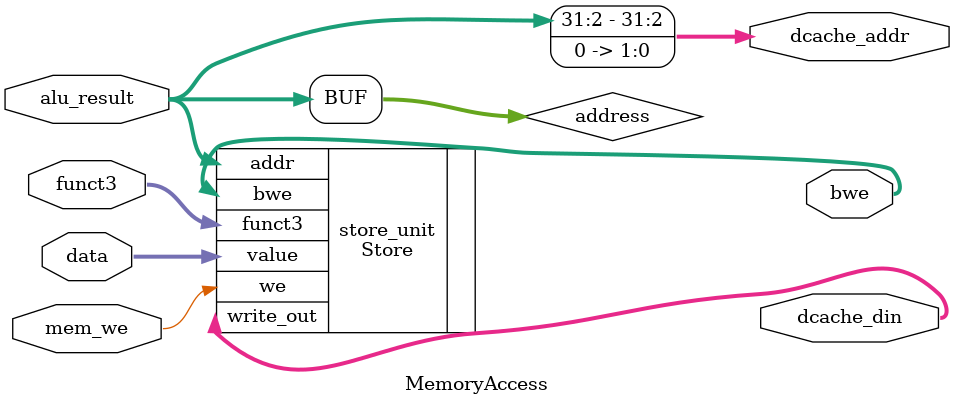
<source format=v>
module MemoryAccess (
    input mem_we,
    input [2:0] funct3,
    input [31:0] alu_result,
    output [3:0] bwe,
    output [31:0] dcache_addr, dcache_din,
    input [31:0] data
);
    wire [31:0] address;
    assign address = alu_result;
    assign dcache_addr = {address[31:2], 2'b00};

    Store store_unit(
        .addr(address), .value(data),
        .funct3(funct3),
        .we(mem_we),
        .bwe(bwe),
        .write_out(dcache_din)
    );

endmodule
</source>
